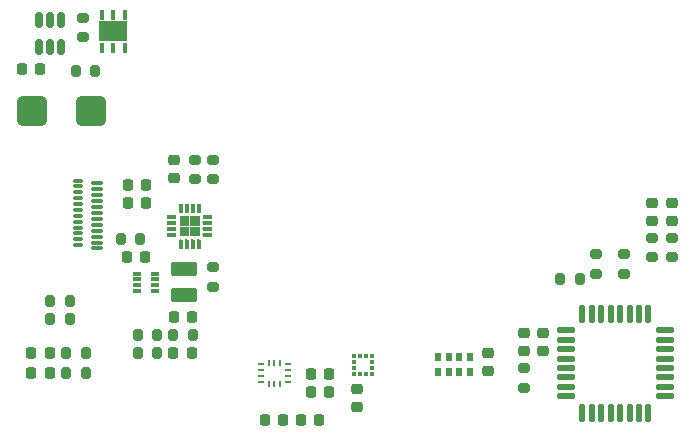
<source format=gtp>
G04 #@! TF.GenerationSoftware,KiCad,Pcbnew,9.0.1*
G04 #@! TF.CreationDate,2025-10-21T09:50:54-05:00*
G04 #@! TF.ProjectId,STM32 Cyber Watch,53544d33-3220-4437-9962-657220576174,rev?*
G04 #@! TF.SameCoordinates,Original*
G04 #@! TF.FileFunction,Paste,Top*
G04 #@! TF.FilePolarity,Positive*
%FSLAX46Y46*%
G04 Gerber Fmt 4.6, Leading zero omitted, Abs format (unit mm)*
G04 Created by KiCad (PCBNEW 9.0.1) date 2025-10-21 09:50:54*
%MOMM*%
%LPD*%
G01*
G04 APERTURE LIST*
G04 Aperture macros list*
%AMRoundRect*
0 Rectangle with rounded corners*
0 $1 Rounding radius*
0 $2 $3 $4 $5 $6 $7 $8 $9 X,Y pos of 4 corners*
0 Add a 4 corners polygon primitive as box body*
4,1,4,$2,$3,$4,$5,$6,$7,$8,$9,$2,$3,0*
0 Add four circle primitives for the rounded corners*
1,1,$1+$1,$2,$3*
1,1,$1+$1,$4,$5*
1,1,$1+$1,$6,$7*
1,1,$1+$1,$8,$9*
0 Add four rect primitives between the rounded corners*
20,1,$1+$1,$2,$3,$4,$5,0*
20,1,$1+$1,$4,$5,$6,$7,0*
20,1,$1+$1,$6,$7,$8,$9,0*
20,1,$1+$1,$8,$9,$2,$3,0*%
G04 Aperture macros list end*
%ADD10C,0.010000*%
%ADD11C,0.125000*%
%ADD12RoundRect,0.225000X0.250000X-0.225000X0.250000X0.225000X-0.250000X0.225000X-0.250000X-0.225000X0*%
%ADD13RoundRect,0.225000X-0.250000X0.225000X-0.250000X-0.225000X0.250000X-0.225000X0.250000X0.225000X0*%
%ADD14RoundRect,0.225000X-0.225000X-0.250000X0.225000X-0.250000X0.225000X0.250000X-0.225000X0.250000X0*%
%ADD15RoundRect,0.225000X0.225000X0.250000X-0.225000X0.250000X-0.225000X-0.250000X0.225000X-0.250000X0*%
%ADD16RoundRect,0.218750X-0.218750X-0.256250X0.218750X-0.256250X0.218750X0.256250X-0.218750X0.256250X0*%
%ADD17RoundRect,0.218750X-0.256250X0.218750X-0.256250X-0.218750X0.256250X-0.218750X0.256250X0.218750X0*%
%ADD18RoundRect,0.050000X-0.375000X0.100000X-0.375000X-0.100000X0.375000X-0.100000X0.375000X0.100000X0*%
%ADD19RoundRect,0.050000X-0.450000X0.100000X-0.450000X-0.100000X0.450000X-0.100000X0.450000X0.100000X0*%
%ADD20RoundRect,0.250000X-0.850000X0.375000X-0.850000X-0.375000X0.850000X-0.375000X0.850000X0.375000X0*%
%ADD21R,2.489200X1.752600*%
%ADD22R,0.406400X0.812800*%
%ADD23RoundRect,0.200000X-0.275000X0.200000X-0.275000X-0.200000X0.275000X-0.200000X0.275000X0.200000X0*%
%ADD24RoundRect,0.200000X0.200000X0.275000X-0.200000X0.275000X-0.200000X-0.275000X0.200000X-0.275000X0*%
%ADD25RoundRect,0.200000X-0.200000X-0.275000X0.200000X-0.275000X0.200000X0.275000X-0.200000X0.275000X0*%
%ADD26RoundRect,0.200000X0.275000X-0.200000X0.275000X0.200000X-0.275000X0.200000X-0.275000X-0.200000X0*%
%ADD27RoundRect,0.375000X0.875000X0.875000X-0.875000X0.875000X-0.875000X-0.875000X0.875000X-0.875000X0*%
%ADD28R,0.660000X0.320000*%
%ADD29R,0.375000X0.350000*%
%ADD30R,0.350000X0.375000*%
%ADD31R,0.500000X0.800000*%
%ADD32RoundRect,0.125000X-0.625000X-0.125000X0.625000X-0.125000X0.625000X0.125000X-0.625000X0.125000X0*%
%ADD33RoundRect,0.125000X-0.125000X-0.625000X0.125000X-0.625000X0.125000X0.625000X-0.125000X0.625000X0*%
%ADD34RoundRect,0.150000X-0.150000X0.512500X-0.150000X-0.512500X0.150000X-0.512500X0.150000X0.512500X0*%
%ADD35R,0.475000X0.250000*%
%ADD36R,0.250000X0.475000*%
G04 APERTURE END LIST*
D10*
X146275000Y-127025000D02*
X145625000Y-127025000D01*
X145625000Y-126775000D01*
X146275000Y-126775000D01*
X146275000Y-127025000D01*
G36*
X146275000Y-127025000D02*
G01*
X145625000Y-127025000D01*
X145625000Y-126775000D01*
X146275000Y-126775000D01*
X146275000Y-127025000D01*
G37*
X146275000Y-126525000D02*
X145625000Y-126525000D01*
X145625000Y-126275000D01*
X146275000Y-126275000D01*
X146275000Y-126525000D01*
G36*
X146275000Y-126525000D02*
G01*
X145625000Y-126525000D01*
X145625000Y-126275000D01*
X146275000Y-126275000D01*
X146275000Y-126525000D01*
G37*
X146275000Y-126025000D02*
X145625000Y-126025000D01*
X145625000Y-125775000D01*
X146275000Y-125775000D01*
X146275000Y-126025000D01*
G36*
X146275000Y-126025000D02*
G01*
X145625000Y-126025000D01*
X145625000Y-125775000D01*
X146275000Y-125775000D01*
X146275000Y-126025000D01*
G37*
X146275000Y-125525000D02*
X145625000Y-125525000D01*
X145625000Y-125275000D01*
X146275000Y-125275000D01*
X146275000Y-125525000D01*
G36*
X146275000Y-125525000D02*
G01*
X145625000Y-125525000D01*
X145625000Y-125275000D01*
X146275000Y-125275000D01*
X146275000Y-125525000D01*
G37*
X145300000Y-124950000D02*
X145050000Y-124950000D01*
X145050000Y-124300000D01*
X145300000Y-124300000D01*
X145300000Y-124950000D01*
G36*
X145300000Y-124950000D02*
G01*
X145050000Y-124950000D01*
X145050000Y-124300000D01*
X145300000Y-124300000D01*
X145300000Y-124950000D01*
G37*
X145225000Y-126950000D02*
X144525000Y-126950000D01*
X144525000Y-126250000D01*
X145225000Y-126250000D01*
X145225000Y-126950000D01*
G36*
X145225000Y-126950000D02*
G01*
X144525000Y-126950000D01*
X144525000Y-126250000D01*
X145225000Y-126250000D01*
X145225000Y-126950000D01*
G37*
X145300000Y-128000000D02*
X145050000Y-128000000D01*
X145050000Y-127350000D01*
X145300000Y-127350000D01*
X145300000Y-128000000D01*
G36*
X145300000Y-128000000D02*
G01*
X145050000Y-128000000D01*
X145050000Y-127350000D01*
X145300000Y-127350000D01*
X145300000Y-128000000D01*
G37*
X144800000Y-124950000D02*
X144550000Y-124950000D01*
X144550000Y-124300000D01*
X144800000Y-124300000D01*
X144800000Y-124950000D01*
G36*
X144800000Y-124950000D02*
G01*
X144550000Y-124950000D01*
X144550000Y-124300000D01*
X144800000Y-124300000D01*
X144800000Y-124950000D01*
G37*
X144800000Y-128000000D02*
X144550000Y-128000000D01*
X144550000Y-127350000D01*
X144800000Y-127350000D01*
X144800000Y-128000000D01*
G36*
X144800000Y-128000000D02*
G01*
X144550000Y-128000000D01*
X144550000Y-127350000D01*
X144800000Y-127350000D01*
X144800000Y-128000000D01*
G37*
X145225000Y-126050000D02*
X144525000Y-126050000D01*
X144525000Y-125350000D01*
X145225000Y-125350000D01*
X145225000Y-126050000D01*
G36*
X145225000Y-126050000D02*
G01*
X144525000Y-126050000D01*
X144525000Y-125350000D01*
X145225000Y-125350000D01*
X145225000Y-126050000D01*
G37*
X144325000Y-126950000D02*
X143625000Y-126950000D01*
X143625000Y-126250000D01*
X144325000Y-126250000D01*
X144325000Y-126950000D01*
G36*
X144325000Y-126950000D02*
G01*
X143625000Y-126950000D01*
X143625000Y-126250000D01*
X144325000Y-126250000D01*
X144325000Y-126950000D01*
G37*
X144300000Y-124950000D02*
X144050000Y-124950000D01*
X144050000Y-124300000D01*
X144300000Y-124300000D01*
X144300000Y-124950000D01*
G36*
X144300000Y-124950000D02*
G01*
X144050000Y-124950000D01*
X144050000Y-124300000D01*
X144300000Y-124300000D01*
X144300000Y-124950000D01*
G37*
X144300000Y-128000000D02*
X144050000Y-128000000D01*
X144050000Y-127350000D01*
X144300000Y-127350000D01*
X144300000Y-128000000D01*
G36*
X144300000Y-128000000D02*
G01*
X144050000Y-128000000D01*
X144050000Y-127350000D01*
X144300000Y-127350000D01*
X144300000Y-128000000D01*
G37*
X143800000Y-124950000D02*
X143550000Y-124950000D01*
X143550000Y-124300000D01*
X143800000Y-124300000D01*
X143800000Y-124950000D01*
G36*
X143800000Y-124950000D02*
G01*
X143550000Y-124950000D01*
X143550000Y-124300000D01*
X143800000Y-124300000D01*
X143800000Y-124950000D01*
G37*
X144325000Y-126050000D02*
X143625000Y-126050000D01*
X143625000Y-125350000D01*
X144325000Y-125350000D01*
X144325000Y-126050000D01*
G36*
X144325000Y-126050000D02*
G01*
X143625000Y-126050000D01*
X143625000Y-125350000D01*
X144325000Y-125350000D01*
X144325000Y-126050000D01*
G37*
X143800000Y-128000000D02*
X143550000Y-128000000D01*
X143550000Y-127350000D01*
X143800000Y-127350000D01*
X143800000Y-128000000D01*
G36*
X143800000Y-128000000D02*
G01*
X143550000Y-128000000D01*
X143550000Y-127350000D01*
X143800000Y-127350000D01*
X143800000Y-128000000D01*
G37*
X143225000Y-127025000D02*
X142575000Y-127025000D01*
X142575000Y-126775000D01*
X143225000Y-126775000D01*
X143225000Y-127025000D01*
G36*
X143225000Y-127025000D02*
G01*
X142575000Y-127025000D01*
X142575000Y-126775000D01*
X143225000Y-126775000D01*
X143225000Y-127025000D01*
G37*
X143225000Y-126525000D02*
X142575000Y-126525000D01*
X142575000Y-126275000D01*
X143225000Y-126275000D01*
X143225000Y-126525000D01*
G36*
X143225000Y-126525000D02*
G01*
X142575000Y-126525000D01*
X142575000Y-126275000D01*
X143225000Y-126275000D01*
X143225000Y-126525000D01*
G37*
X143225000Y-126025000D02*
X142575000Y-126025000D01*
X142575000Y-125775000D01*
X143225000Y-125775000D01*
X143225000Y-126025000D01*
G36*
X143225000Y-126025000D02*
G01*
X142575000Y-126025000D01*
X142575000Y-125775000D01*
X143225000Y-125775000D01*
X143225000Y-126025000D01*
G37*
X143225000Y-125525000D02*
X142575000Y-125525000D01*
X142575000Y-125275000D01*
X143225000Y-125275000D01*
X143225000Y-125525000D01*
G36*
X143225000Y-125525000D02*
G01*
X142575000Y-125525000D01*
X142575000Y-125275000D01*
X143225000Y-125275000D01*
X143225000Y-125525000D01*
G37*
D11*
X145687500Y-126900000D02*
G75*
G02*
X145562500Y-126900000I-62500J0D01*
G01*
X145562500Y-126900000D02*
G75*
G02*
X145687500Y-126900000I62500J0D01*
G01*
X145687500Y-126400000D02*
G75*
G02*
X145562500Y-126400000I-62500J0D01*
G01*
X145562500Y-126400000D02*
G75*
G02*
X145687500Y-126400000I62500J0D01*
G01*
X145687500Y-125900000D02*
G75*
G02*
X145562500Y-125900000I-62500J0D01*
G01*
X145562500Y-125900000D02*
G75*
G02*
X145687500Y-125900000I62500J0D01*
G01*
X145687500Y-125400000D02*
G75*
G02*
X145562500Y-125400000I-62500J0D01*
G01*
X145562500Y-125400000D02*
G75*
G02*
X145687500Y-125400000I62500J0D01*
G01*
X145237500Y-127350000D02*
G75*
G02*
X145112500Y-127350000I-62500J0D01*
G01*
X145112500Y-127350000D02*
G75*
G02*
X145237500Y-127350000I62500J0D01*
G01*
X145237500Y-124950000D02*
G75*
G02*
X145112500Y-124950000I-62500J0D01*
G01*
X145112500Y-124950000D02*
G75*
G02*
X145237500Y-124950000I62500J0D01*
G01*
X144737500Y-127350000D02*
G75*
G02*
X144612500Y-127350000I-62500J0D01*
G01*
X144612500Y-127350000D02*
G75*
G02*
X144737500Y-127350000I62500J0D01*
G01*
X144737500Y-124950000D02*
G75*
G02*
X144612500Y-124950000I-62500J0D01*
G01*
X144612500Y-124950000D02*
G75*
G02*
X144737500Y-124950000I62500J0D01*
G01*
X144237500Y-127350000D02*
G75*
G02*
X144112500Y-127350000I-62500J0D01*
G01*
X144112500Y-127350000D02*
G75*
G02*
X144237500Y-127350000I62500J0D01*
G01*
X144237500Y-124950000D02*
G75*
G02*
X144112500Y-124950000I-62500J0D01*
G01*
X144112500Y-124950000D02*
G75*
G02*
X144237500Y-124950000I62500J0D01*
G01*
X143737500Y-127350000D02*
G75*
G02*
X143612500Y-127350000I-62500J0D01*
G01*
X143612500Y-127350000D02*
G75*
G02*
X143737500Y-127350000I62500J0D01*
G01*
X143737500Y-124950000D02*
G75*
G02*
X143612500Y-124950000I-62500J0D01*
G01*
X143612500Y-124950000D02*
G75*
G02*
X143737500Y-124950000I62500J0D01*
G01*
X143287500Y-126900000D02*
G75*
G02*
X143162500Y-126900000I-62500J0D01*
G01*
X143162500Y-126900000D02*
G75*
G02*
X143287500Y-126900000I62500J0D01*
G01*
X143287500Y-126400000D02*
G75*
G02*
X143162500Y-126400000I-62500J0D01*
G01*
X143162500Y-126400000D02*
G75*
G02*
X143287500Y-126400000I62500J0D01*
G01*
X143287500Y-125900000D02*
G75*
G02*
X143162500Y-125900000I-62500J0D01*
G01*
X143162500Y-125900000D02*
G75*
G02*
X143287500Y-125900000I62500J0D01*
G01*
X143287500Y-125400000D02*
G75*
G02*
X143162500Y-125400000I-62500J0D01*
G01*
X143162500Y-125400000D02*
G75*
G02*
X143287500Y-125400000I62500J0D01*
G01*
D12*
X143150000Y-122150000D03*
X143150000Y-120600000D03*
D13*
X172800000Y-136800000D03*
X172800000Y-135250000D03*
D14*
X152400000Y-142600000D03*
X150850000Y-142600000D03*
D15*
X153900000Y-142600000D03*
X155450000Y-142600000D03*
D12*
X158600000Y-139950000D03*
X158600000Y-141500000D03*
D14*
X156275000Y-140200000D03*
X154725000Y-140200000D03*
X131800000Y-112900000D03*
X130250000Y-112900000D03*
D12*
X174400000Y-135250000D03*
X174400000Y-136800000D03*
D15*
X154725000Y-138700000D03*
X156275000Y-138700000D03*
X139250000Y-124200000D03*
X140800000Y-124200000D03*
D14*
X140800000Y-122700000D03*
X139250000Y-122700000D03*
D15*
X139125000Y-128825000D03*
X140675000Y-128825000D03*
D14*
X144650000Y-133900000D03*
X143100000Y-133900000D03*
D16*
X132600000Y-136900000D03*
X131025000Y-136900000D03*
X132600000Y-138600000D03*
X131025000Y-138600000D03*
X144660000Y-136900000D03*
X143085000Y-136900000D03*
D17*
X185300000Y-125787500D03*
X185300000Y-124212500D03*
D18*
X134980000Y-122325000D03*
X134980000Y-122820000D03*
X134980000Y-123320000D03*
X134980000Y-123815000D03*
X134980000Y-124310000D03*
X134980000Y-124810000D03*
X134980000Y-125310000D03*
X134980000Y-125800000D03*
X134980000Y-126305000D03*
X134980000Y-126805000D03*
X134980000Y-127305000D03*
X134980000Y-127805000D03*
D19*
X136580000Y-128075000D03*
X136580000Y-127575000D03*
X136580000Y-127075000D03*
X136580000Y-126575000D03*
X136580000Y-126075000D03*
X136580000Y-125575000D03*
X136580000Y-125075000D03*
X136580000Y-124575000D03*
X136580000Y-124075000D03*
X136580000Y-123575000D03*
X136580000Y-123075000D03*
X136580000Y-122575000D03*
D20*
X144000000Y-132000000D03*
X144000000Y-129850000D03*
D21*
X138000000Y-109697000D03*
D22*
X138950001Y-111094000D03*
X138000000Y-111094000D03*
X137049999Y-111094000D03*
X137049999Y-108300000D03*
X138000000Y-108300000D03*
X138950001Y-108300000D03*
D23*
X181200000Y-130200000D03*
X181200000Y-128550000D03*
X178900000Y-130200000D03*
X178900000Y-128550000D03*
D24*
X132675000Y-134050000D03*
X134325000Y-134050000D03*
X132675000Y-132550000D03*
X134325000Y-132550000D03*
D23*
X135399999Y-110175901D03*
X135399999Y-108525901D03*
D24*
X134800000Y-113050901D03*
X136450000Y-113050901D03*
D23*
X172800000Y-139850000D03*
X172800000Y-138200000D03*
D25*
X177500000Y-130700000D03*
X175850000Y-130700000D03*
D24*
X135650000Y-136900000D03*
X134000000Y-136900000D03*
X134000000Y-138600000D03*
X135650000Y-138600000D03*
D23*
X146400000Y-122200000D03*
X146400000Y-120550000D03*
D26*
X146450000Y-129650000D03*
X146450000Y-131300000D03*
D25*
X141700000Y-135400000D03*
X140050000Y-135400000D03*
D24*
X140050000Y-136900000D03*
X141700000Y-136900000D03*
X138625000Y-127300000D03*
X140275000Y-127300000D03*
D25*
X144700000Y-135400000D03*
X143050000Y-135400000D03*
D26*
X183600000Y-127187500D03*
X183600000Y-128837500D03*
X185300000Y-127187500D03*
X185300000Y-128837500D03*
X144900000Y-120550000D03*
X144900000Y-122200000D03*
D27*
X136100000Y-116400000D03*
X131100000Y-116400000D03*
D28*
X141500000Y-131700000D03*
X141500000Y-131200000D03*
X141500000Y-130700000D03*
X141500000Y-130200000D03*
X140030000Y-130200000D03*
X140030000Y-130700000D03*
X140030000Y-131200000D03*
X140030000Y-131700000D03*
D17*
X183600000Y-124212500D03*
X183600000Y-125787500D03*
D29*
X158375000Y-137200000D03*
X158375000Y-137700000D03*
X158375000Y-138200000D03*
X158375000Y-138700000D03*
D30*
X158887500Y-138712500D03*
X159387500Y-138712500D03*
D29*
X159900000Y-138700000D03*
X159900000Y-138200000D03*
X159900000Y-137700000D03*
X159900000Y-137200000D03*
D30*
X159387500Y-137187500D03*
X158887500Y-137187500D03*
D13*
X169700000Y-136900000D03*
X169700000Y-138450000D03*
D31*
X165500000Y-138500000D03*
X166400000Y-138500000D03*
X167300000Y-138500000D03*
X168200000Y-138500000D03*
X168200000Y-137300000D03*
X167300000Y-137300000D03*
X166400000Y-137300000D03*
X165500000Y-137300000D03*
D32*
X176325000Y-135000000D03*
X176325000Y-135800000D03*
X176325000Y-136600000D03*
X176325000Y-137400000D03*
X176325000Y-138200000D03*
X176325000Y-139000000D03*
X176325000Y-139800000D03*
X176325000Y-140600000D03*
D33*
X177700000Y-141975000D03*
X178500000Y-141975000D03*
X179300000Y-141975000D03*
X180100000Y-141975000D03*
X180900000Y-141975000D03*
X181700000Y-141975000D03*
X182500000Y-141975000D03*
X183300000Y-141975000D03*
D32*
X184675000Y-140600000D03*
X184675000Y-139800000D03*
X184675000Y-139000000D03*
X184675000Y-138200000D03*
X184675000Y-137400000D03*
X184675000Y-136600000D03*
X184675000Y-135800000D03*
X184675000Y-135000000D03*
D33*
X183300000Y-133625000D03*
X182500000Y-133625000D03*
X181700000Y-133625000D03*
X180900000Y-133625000D03*
X180100000Y-133625000D03*
X179300000Y-133625000D03*
X178500000Y-133625000D03*
X177700000Y-133625000D03*
D34*
X133599999Y-108713401D03*
X132649999Y-108713401D03*
X131699999Y-108713401D03*
X131699999Y-110988401D03*
X132649999Y-110988401D03*
X133599999Y-110988401D03*
D35*
X150475000Y-137900000D03*
X150475000Y-138400000D03*
X150475000Y-138900000D03*
X150475000Y-139400000D03*
D36*
X151137500Y-139562500D03*
X151637500Y-139562500D03*
X152137500Y-139562500D03*
D35*
X152800000Y-139400000D03*
X152800000Y-138900000D03*
X152800000Y-138400000D03*
X152800000Y-137900000D03*
D36*
X152137500Y-137737500D03*
X151637500Y-137737500D03*
X151137500Y-137737500D03*
M02*

</source>
